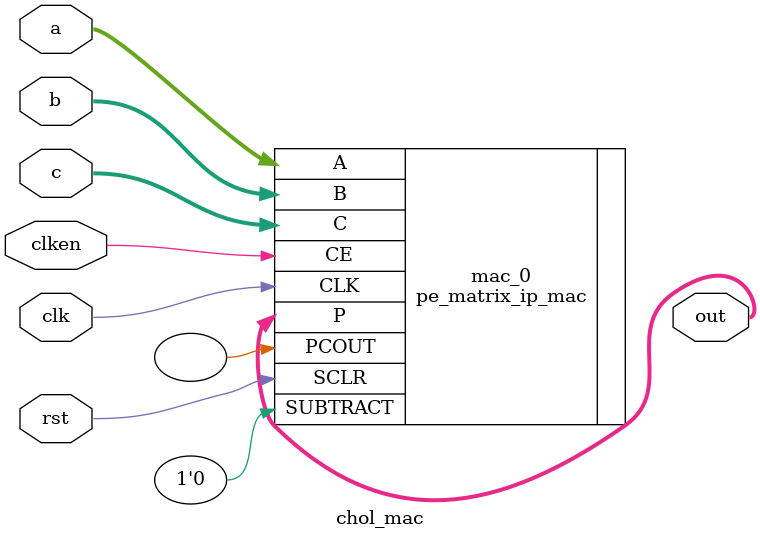
<source format=v>
`timescale 1ns / 1ps

module chol_mac (
    input wire           clk,
    input wire           clken,
    input wire           rst,
    input wire  [31 : 0] a,
    input wire  [31 : 0] b,
    input wire  [63 : 0] c,
    output wire [63 : 0] out
    );

    pe_matrix_ip_mac mac_0 (
        .CLK      (clk),
        .SCLR     (rst),
        .CE       (clken),
        .A        (a),
        .B        (b),
        .C        (c),
        .SUBTRACT (1'b0), // Add
        .P        (out),
        .PCOUT    () // Not connected since pe_matrix_ip_mac spans multiple DSP slices
    );

endmodule

</source>
